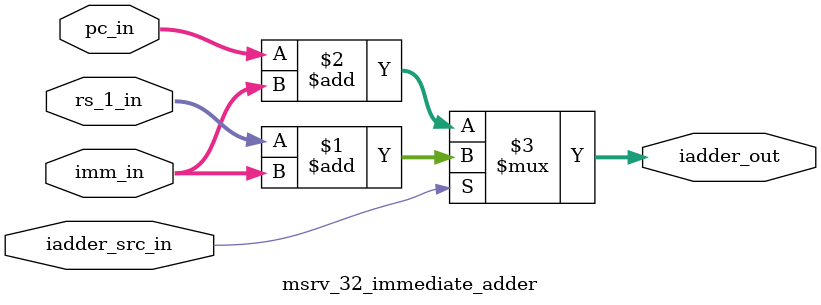
<source format=v>
module msrv_32_immediate_adder(input wire  [31:0] rs_1_in,
        		       input wire iadder_src_in,
                               input wire [31:0] imm_in,
			       input wire [31:0]pc_in,
			       output [31:0] iadder_out);


assign iadder_out = iadder_src_in ? (rs_1_in+imm_in) : (pc_in + imm_in);
endmodule 
</source>
